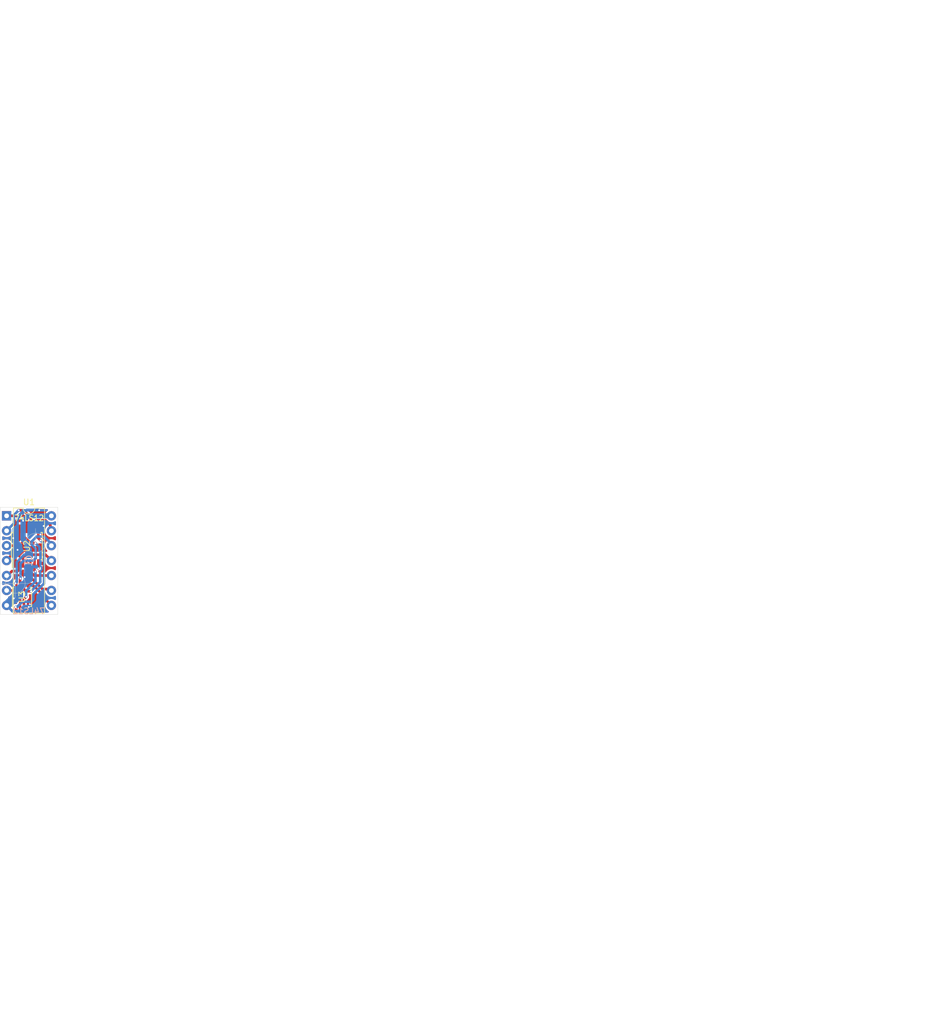
<source format=kicad_pcb>
(kicad_pcb (version 20171130) (host pcbnew "(5.1.5)-3")

  (general
    (thickness 1.6)
    (drawings 6)
    (tracks 225)
    (zones 0)
    (modules 6)
    (nets 18)
  )

  (page A4)
  (layers
    (0 F.Cu signal)
    (31 B.Cu signal)
    (32 B.Adhes user)
    (33 F.Adhes user)
    (34 B.Paste user)
    (35 F.Paste user)
    (36 B.SilkS user)
    (37 F.SilkS user)
    (38 B.Mask user)
    (39 F.Mask user)
    (40 Dwgs.User user)
    (41 Cmts.User user)
    (42 Eco1.User user)
    (43 Eco2.User user)
    (44 Edge.Cuts user)
    (45 Margin user)
    (46 B.CrtYd user)
    (47 F.CrtYd user)
    (48 B.Fab user)
    (49 F.Fab user)
  )

  (setup
    (last_trace_width 0.88)
    (user_trace_width 0.288)
    (user_trace_width 0.425)
    (user_trace_width 0.439)
    (user_trace_width 0.88)
    (user_trace_width 1.5)
    (trace_clearance 0.2)
    (zone_clearance 0.288)
    (zone_45_only no)
    (trace_min 0.2)
    (via_size 0.8)
    (via_drill 0.4)
    (via_min_size 0.35)
    (via_min_drill 0.3)
    (user_via 0.35 0.3)
    (uvia_size 0.3)
    (uvia_drill 0.1)
    (uvias_allowed no)
    (uvia_min_size 0.2)
    (uvia_min_drill 0.1)
    (edge_width 0.05)
    (segment_width 0.2)
    (pcb_text_width 0.3)
    (pcb_text_size 1.5 1.5)
    (mod_edge_width 0.12)
    (mod_text_size 1 1)
    (mod_text_width 0.15)
    (pad_size 1.524 1.524)
    (pad_drill 0.762)
    (pad_to_mask_clearance 0.051)
    (solder_mask_min_width 0.25)
    (aux_axis_origin 123.3805 78.74)
    (visible_elements FFFFFF7F)
    (pcbplotparams
      (layerselection 0x010f0_ffffffff)
      (usegerberextensions false)
      (usegerberattributes false)
      (usegerberadvancedattributes false)
      (creategerberjobfile false)
      (excludeedgelayer true)
      (linewidth 0.100000)
      (plotframeref false)
      (viasonmask false)
      (mode 1)
      (useauxorigin false)
      (hpglpennumber 1)
      (hpglpenspeed 20)
      (hpglpendiameter 15.000000)
      (psnegative false)
      (psa4output false)
      (plotreference true)
      (plotvalue true)
      (plotinvisibletext false)
      (padsonsilk false)
      (subtractmaskfromsilk false)
      (outputformat 1)
      (mirror false)
      (drillshape 0)
      (scaleselection 1)
      (outputdirectory "gerbers/"))
  )

  (net 0 "")
  (net 1 +5V)
  (net 2 GND)
  (net 3 /G1A)
  (net 4 /G3D)
  (net 5 /G1B)
  (net 6 /G3A)
  (net 7 /G2A)
  (net 8 /G3B)
  (net 9 /G2B)
  (net 10 /G3C)
  (net 11 /G2C)
  (net 12 /G1D)
  (net 13 /G2D)
  (net 14 /G1C)
  (net 15 /L2D)
  (net 16 /L3D)
  (net 17 /L1D)

  (net_class Default "This is the default net class."
    (clearance 0.2)
    (trace_width 0.25)
    (via_dia 0.8)
    (via_drill 0.4)
    (uvia_dia 0.3)
    (uvia_drill 0.1)
    (add_net +5V)
    (add_net /G1A)
    (add_net /G1B)
    (add_net /G1C)
    (add_net /G1D)
    (add_net /G2A)
    (add_net /G2B)
    (add_net /G2C)
    (add_net /G2D)
    (add_net /G3A)
    (add_net /G3B)
    (add_net /G3C)
    (add_net /G3D)
    (add_net /L1D)
    (add_net /L2D)
    (add_net /L3D)
    (add_net GND)
  )

  (module "" (layer B.Cu) (tedit 0) (tstamp 0)
    (at 124.333 75.946)
    (fp_text reference "" (at 124.3965 -85.5345) (layer B.SilkS)
      (effects (font (size 1.27 1.27) (thickness 0.15)) (justify mirror))
    )
    (fp_text value "" (at 124.3965 -85.5345) (layer B.SilkS)
      (effects (font (size 1.27 1.27) (thickness 0.15)) (justify mirror))
    )
    (fp_text user 74LS12 (at 0.0635 2.3495) (layer F.SilkS)
      (effects (font (size 1 0.9) (thickness 0.15)))
    )
  )

  (module "" (layer F.Cu) (tedit 0) (tstamp 0)
    (at 152.781 78.5495)
    (fp_text reference "" (at 124.3965 85.5345) (layer F.SilkS)
      (effects (font (size 1.27 1.27) (thickness 0.15)))
    )
    (fp_text value "" (at 124.3965 85.5345) (layer F.SilkS)
      (effects (font (size 1.27 1.27) (thickness 0.15)))
    )
  )

  (module Capacitor_SMD:C_0805_2012Metric_Pad1.15x1.40mm_HandSolder (layer B.Cu) (tedit 5B36C52B) (tstamp 5F18F4B0)
    (at 124.3965 85.5345 270)
    (descr "Capacitor SMD 0805 (2012 Metric), square (rectangular) end terminal, IPC_7351 nominal with elongated pad for handsoldering. (Body size source: https://docs.google.com/spreadsheets/d/1BsfQQcO9C6DZCsRaXUlFlo91Tg2WpOkGARC1WS5S8t0/edit?usp=sharing), generated with kicad-footprint-generator")
    (tags "capacitor handsolder")
    (path /6CC404AF)
    (attr smd)
    (fp_text reference C1 (at 0 0 90) (layer B.SilkS)
      (effects (font (size 1 1) (thickness 0.15)) (justify mirror))
    )
    (fp_text value 100n (at 0 0 90) (layer B.Fab)
      (effects (font (size 1 1) (thickness 0.15)) (justify mirror))
    )
    (fp_line (start -1 -0.6) (end -1 0.6) (layer B.Fab) (width 0.1))
    (fp_line (start -1 0.6) (end 1 0.6) (layer B.Fab) (width 0.1))
    (fp_line (start 1 0.6) (end 1 -0.6) (layer B.Fab) (width 0.1))
    (fp_line (start 1 -0.6) (end -1 -0.6) (layer B.Fab) (width 0.1))
    (fp_line (start -0.261252 0.71) (end 0.261252 0.71) (layer B.SilkS) (width 0.12))
    (fp_line (start -0.261252 -0.71) (end 0.261252 -0.71) (layer B.SilkS) (width 0.12))
    (fp_line (start -1.85 -0.95) (end -1.85 0.95) (layer B.CrtYd) (width 0.05))
    (fp_line (start -1.85 0.95) (end 1.85 0.95) (layer B.CrtYd) (width 0.05))
    (fp_line (start 1.85 0.95) (end 1.85 -0.95) (layer B.CrtYd) (width 0.05))
    (fp_line (start 1.85 -0.95) (end -1.85 -0.95) (layer B.CrtYd) (width 0.05))
    (fp_text user %R (at 0 0 90) (layer B.Fab)
      (effects (font (size 0.5 0.5) (thickness 0.08)) (justify mirror))
    )
    (pad 1 smd roundrect (at -1.025 0 270) (size 1.15 1.4) (layers B.Cu B.Paste B.Mask) (roundrect_rratio 0.217391)
      (net 1 +5V))
    (pad 2 smd roundrect (at 1.025 0 270) (size 1.15 1.4) (layers B.Cu B.Paste B.Mask) (roundrect_rratio 0.217391)
      (net 2 GND))
    (model ${KISYS3DMOD}/Capacitor_SMD.3dshapes/C_0805_2012Metric.wrl
      (at (xyz 0 0 0))
      (scale (xyz 1 1 1))
      (rotate (xyz 0 0 0))
    )
  )

  (module Package_DIP:DIP-14_W7.62mm (layer F.Cu) (tedit 5A02E8C5) (tstamp 5F18F4D2)
    (at 120.568501 77.902001)
    (descr "14-lead though-hole mounted DIP package, row spacing 7.62 mm (300 mils)")
    (tags "THT DIP DIL PDIP 2.54mm 7.62mm 300mil")
    (path /6CC33E1B)
    (fp_text reference U1 (at 3.81 -2.33) (layer F.SilkS)
      (effects (font (size 1 1) (thickness 0.15)))
    )
    (fp_text value 74LS12 (at 3.764499 16.204999) (layer B.SilkS)
      (effects (font (size 1 1) (thickness 0.15)) (justify mirror))
    )
    (fp_arc (start 3.81 -1.33) (end 2.81 -1.33) (angle -180) (layer F.SilkS) (width 0.12))
    (fp_line (start 1.635 -1.27) (end 6.985 -1.27) (layer F.Fab) (width 0.1))
    (fp_line (start 6.985 -1.27) (end 6.985 16.51) (layer F.Fab) (width 0.1))
    (fp_line (start 6.985 16.51) (end 0.635 16.51) (layer F.Fab) (width 0.1))
    (fp_line (start 0.635 16.51) (end 0.635 -0.27) (layer F.Fab) (width 0.1))
    (fp_line (start 0.635 -0.27) (end 1.635 -1.27) (layer F.Fab) (width 0.1))
    (fp_line (start 2.81 -1.33) (end 1.16 -1.33) (layer F.SilkS) (width 0.12))
    (fp_line (start 1.16 -1.33) (end 1.16 16.57) (layer F.SilkS) (width 0.12))
    (fp_line (start 1.16 16.57) (end 6.46 16.57) (layer F.SilkS) (width 0.12))
    (fp_line (start 6.46 16.57) (end 6.46 -1.33) (layer F.SilkS) (width 0.12))
    (fp_line (start 6.46 -1.33) (end 4.81 -1.33) (layer F.SilkS) (width 0.12))
    (fp_line (start -1.1 -1.55) (end -1.1 16.8) (layer F.CrtYd) (width 0.05))
    (fp_line (start -1.1 16.8) (end 8.7 16.8) (layer F.CrtYd) (width 0.05))
    (fp_line (start 8.7 16.8) (end 8.7 -1.55) (layer F.CrtYd) (width 0.05))
    (fp_line (start 8.7 -1.55) (end -1.1 -1.55) (layer F.CrtYd) (width 0.05))
    (fp_text user %R (at 3.81 7.62) (layer F.Fab)
      (effects (font (size 1 1) (thickness 0.15)))
    )
    (pad 1 thru_hole rect (at 0 0) (size 1.6 1.6) (drill 0.8) (layers *.Cu *.Mask)
      (net 3 /G1A))
    (pad 8 thru_hole oval (at 7.62 15.24) (size 1.6 1.6) (drill 0.8) (layers *.Cu *.Mask)
      (net 4 /G3D))
    (pad 2 thru_hole oval (at 0 2.54) (size 1.6 1.6) (drill 0.8) (layers *.Cu *.Mask)
      (net 5 /G1B))
    (pad 9 thru_hole oval (at 7.62 12.7) (size 1.6 1.6) (drill 0.8) (layers *.Cu *.Mask)
      (net 6 /G3A))
    (pad 3 thru_hole oval (at 0 5.08) (size 1.6 1.6) (drill 0.8) (layers *.Cu *.Mask)
      (net 7 /G2A))
    (pad 10 thru_hole oval (at 7.62 10.16) (size 1.6 1.6) (drill 0.8) (layers *.Cu *.Mask)
      (net 8 /G3B))
    (pad 4 thru_hole oval (at 0 7.62) (size 1.6 1.6) (drill 0.8) (layers *.Cu *.Mask)
      (net 9 /G2B))
    (pad 11 thru_hole oval (at 7.62 7.62) (size 1.6 1.6) (drill 0.8) (layers *.Cu *.Mask)
      (net 10 /G3C))
    (pad 5 thru_hole oval (at 0 10.16) (size 1.6 1.6) (drill 0.8) (layers *.Cu *.Mask)
      (net 11 /G2C))
    (pad 12 thru_hole oval (at 7.62 5.08) (size 1.6 1.6) (drill 0.8) (layers *.Cu *.Mask)
      (net 12 /G1D))
    (pad 6 thru_hole oval (at 0 12.7) (size 1.6 1.6) (drill 0.8) (layers *.Cu *.Mask)
      (net 13 /G2D))
    (pad 13 thru_hole oval (at 7.62 2.54) (size 1.6 1.6) (drill 0.8) (layers *.Cu *.Mask)
      (net 14 /G1C))
    (pad 7 thru_hole oval (at 0 15.24) (size 1.6 1.6) (drill 0.8) (layers *.Cu *.Mask)
      (net 2 GND))
    (pad 14 thru_hole oval (at 7.62 0) (size 1.6 1.6) (drill 0.8) (layers *.Cu *.Mask)
      (net 1 +5V))
  )

  (module Package_SO:TSSOP-14_4.4x5mm_P0.65mm (layer F.Cu) (tedit 5A02F25C) (tstamp 5F18F4F5)
    (at 124.0155 83.058 90)
    (descr "14-Lead Plastic Thin Shrink Small Outline (ST)-4.4 mm Body [TSSOP] (see Microchip Packaging Specification 00000049BS.pdf)")
    (tags "SSOP 0.65")
    (path /6CC38423)
    (attr smd)
    (fp_text reference U2 (at 0 0 90) (layer F.SilkS)
      (effects (font (size 1 1) (thickness 0.15)))
    )
    (fp_text value SN74LV11APWR (at 0 3.55 90) (layer F.Fab)
      (effects (font (size 1 1) (thickness 0.15)))
    )
    (fp_line (start -1.2 -2.5) (end 2.2 -2.5) (layer F.Fab) (width 0.15))
    (fp_line (start 2.2 -2.5) (end 2.2 2.5) (layer F.Fab) (width 0.15))
    (fp_line (start 2.2 2.5) (end -2.2 2.5) (layer F.Fab) (width 0.15))
    (fp_line (start -2.2 2.5) (end -2.2 -1.5) (layer F.Fab) (width 0.15))
    (fp_line (start -2.2 -1.5) (end -1.2 -2.5) (layer F.Fab) (width 0.15))
    (fp_line (start -3.95 -2.8) (end -3.95 2.8) (layer F.CrtYd) (width 0.05))
    (fp_line (start 3.95 -2.8) (end 3.95 2.8) (layer F.CrtYd) (width 0.05))
    (fp_line (start -3.95 -2.8) (end 3.95 -2.8) (layer F.CrtYd) (width 0.05))
    (fp_line (start -3.95 2.8) (end 3.95 2.8) (layer F.CrtYd) (width 0.05))
    (fp_line (start -2.325 -2.625) (end -2.325 -2.5) (layer F.SilkS) (width 0.15))
    (fp_line (start 2.325 -2.625) (end 2.325 -2.4) (layer F.SilkS) (width 0.15))
    (fp_line (start 2.325 2.625) (end 2.325 2.4) (layer F.SilkS) (width 0.15))
    (fp_line (start -2.325 2.625) (end -2.325 2.4) (layer F.SilkS) (width 0.15))
    (fp_line (start -2.325 -2.625) (end 2.325 -2.625) (layer F.SilkS) (width 0.15))
    (fp_line (start -2.325 2.625) (end 2.325 2.625) (layer F.SilkS) (width 0.15))
    (fp_line (start -2.325 -2.5) (end -3.675 -2.5) (layer F.SilkS) (width 0.15))
    (fp_text user %R (at 0 0 90) (layer F.Fab)
      (effects (font (size 0.8 0.8) (thickness 0.15)))
    )
    (pad 1 smd rect (at -2.95 -1.95 90) (size 1.45 0.45) (layers F.Cu F.Paste F.Mask)
      (net 9 /G2B))
    (pad 2 smd rect (at -2.95 -1.3 90) (size 1.45 0.45) (layers F.Cu F.Paste F.Mask)
      (net 11 /G2C))
    (pad 3 smd rect (at -2.95 -0.65 90) (size 1.45 0.45) (layers F.Cu F.Paste F.Mask)
      (net 10 /G3C))
    (pad 4 smd rect (at -2.95 0 90) (size 1.45 0.45) (layers F.Cu F.Paste F.Mask)
      (net 6 /G3A))
    (pad 5 smd rect (at -2.95 0.65 90) (size 1.45 0.45) (layers F.Cu F.Paste F.Mask)
      (net 8 /G3B))
    (pad 6 smd rect (at -2.95 1.3 90) (size 1.45 0.45) (layers F.Cu F.Paste F.Mask)
      (net 15 /L2D))
    (pad 7 smd rect (at -2.95 1.95 90) (size 1.45 0.45) (layers F.Cu F.Paste F.Mask)
      (net 2 GND))
    (pad 8 smd rect (at 2.95 1.95 90) (size 1.45 0.45) (layers F.Cu F.Paste F.Mask)
      (net 16 /L3D))
    (pad 9 smd rect (at 2.95 1.3 90) (size 1.45 0.45) (layers F.Cu F.Paste F.Mask)
      (net 14 /G1C))
    (pad 10 smd rect (at 2.95 0.65 90) (size 1.45 0.45) (layers F.Cu F.Paste F.Mask)
      (net 5 /G1B))
    (pad 11 smd rect (at 2.95 0 90) (size 1.45 0.45) (layers F.Cu F.Paste F.Mask)
      (net 3 /G1A))
    (pad 12 smd rect (at 2.95 -0.65 90) (size 1.45 0.45) (layers F.Cu F.Paste F.Mask)
      (net 17 /L1D))
    (pad 13 smd rect (at 2.95 -1.3 90) (size 1.45 0.45) (layers F.Cu F.Paste F.Mask)
      (net 7 /G2A))
    (pad 14 smd rect (at 2.95 -1.95 90) (size 1.45 0.45) (layers F.Cu F.Paste F.Mask)
      (net 1 +5V))
    (model ${KISYS3DMOD}/Package_SO.3dshapes/TSSOP-14_4.4x5mm_P0.65mm.wrl
      (at (xyz 0 0 0))
      (scale (xyz 1 1 1))
      (rotate (xyz 0 0 0))
    )
  )

  (module Package_SO:TSSOP-8_3x3mm_P0.65mm (layer F.Cu) (tedit 5A02F25C) (tstamp 5F18F512)
    (at 123.19 91.694 90)
    (descr "TSSOP8: plastic thin shrink small outline package; 8 leads; body width 3 mm; (see NXP SSOP-TSSOP-VSO-REFLOW.pdf and sot505-1_po.pdf)")
    (tags "SSOP 0.65")
    (path /6CC3D661)
    (attr smd)
    (fp_text reference U3 (at 0 0 90) (layer F.SilkS)
      (effects (font (size 1 1) (thickness 0.15)))
    )
    (fp_text value 74LVC3G06DP,125 (at 0 2.55 90) (layer F.Fab)
      (effects (font (size 1 1) (thickness 0.15)))
    )
    (fp_line (start -0.5 -1.5) (end 1.5 -1.5) (layer F.Fab) (width 0.15))
    (fp_line (start 1.5 -1.5) (end 1.5 1.5) (layer F.Fab) (width 0.15))
    (fp_line (start 1.5 1.5) (end -1.5 1.5) (layer F.Fab) (width 0.15))
    (fp_line (start -1.5 1.5) (end -1.5 -0.5) (layer F.Fab) (width 0.15))
    (fp_line (start -1.5 -0.5) (end -0.5 -1.5) (layer F.Fab) (width 0.15))
    (fp_line (start -2.95 -1.8) (end -2.95 1.8) (layer F.CrtYd) (width 0.05))
    (fp_line (start 2.95 -1.8) (end 2.95 1.8) (layer F.CrtYd) (width 0.05))
    (fp_line (start -2.95 -1.8) (end 2.95 -1.8) (layer F.CrtYd) (width 0.05))
    (fp_line (start -2.95 1.8) (end 2.95 1.8) (layer F.CrtYd) (width 0.05))
    (fp_line (start -1.625 -1.625) (end -1.625 -1.5) (layer F.SilkS) (width 0.15))
    (fp_line (start 1.625 -1.625) (end 1.625 -1.4) (layer F.SilkS) (width 0.15))
    (fp_line (start 1.625 1.625) (end 1.625 1.4) (layer F.SilkS) (width 0.15))
    (fp_line (start -1.625 1.625) (end -1.625 1.4) (layer F.SilkS) (width 0.15))
    (fp_line (start -1.625 -1.625) (end 1.625 -1.625) (layer F.SilkS) (width 0.15))
    (fp_line (start -1.625 1.625) (end 1.625 1.625) (layer F.SilkS) (width 0.15))
    (fp_line (start -1.625 -1.5) (end -2.7 -1.5) (layer F.SilkS) (width 0.15))
    (fp_text user %R (at 0 0 90) (layer F.Fab)
      (effects (font (size 0.6 0.6) (thickness 0.15)))
    )
    (pad 1 smd rect (at -2.15 -0.975 90) (size 1.1 0.4) (layers F.Cu F.Paste F.Mask)
      (net 16 /L3D))
    (pad 2 smd rect (at -2.15 -0.325 90) (size 1.1 0.4) (layers F.Cu F.Paste F.Mask)
      (net 13 /G2D))
    (pad 3 smd rect (at -2.15 0.325 90) (size 1.1 0.4) (layers F.Cu F.Paste F.Mask)
      (net 15 /L2D))
    (pad 4 smd rect (at -2.15 0.975 90) (size 1.1 0.4) (layers F.Cu F.Paste F.Mask)
      (net 2 GND))
    (pad 5 smd rect (at 2.15 0.975 90) (size 1.1 0.4) (layers F.Cu F.Paste F.Mask)
      (net 4 /G3D))
    (pad 6 smd rect (at 2.15 0.325 90) (size 1.1 0.4) (layers F.Cu F.Paste F.Mask)
      (net 17 /L1D))
    (pad 7 smd rect (at 2.15 -0.325 90) (size 1.1 0.4) (layers F.Cu F.Paste F.Mask)
      (net 12 /G1D))
    (pad 8 smd rect (at 2.15 -0.975 90) (size 1.1 0.4) (layers F.Cu F.Paste F.Mask)
      (net 1 +5V))
    (model ${KISYS3DMOD}/Package_SO.3dshapes/TSSOP-8_3x3mm_P0.65mm.wrl
      (at (xyz 0 0 0))
      (scale (xyz 1 1 1))
      (rotate (xyz 0 0 0))
    )
  )

  (target plus (at 125.476 82.55) (size 5) (width 0.05) (layer Edge.Cuts) (tstamp 5F1928D9))
  (target plus (at 122.047 89.408) (size 5) (width 0.05) (layer Edge.Cuts))
  (gr_line (start 119.507 94.6785) (end 119.507 76.454) (layer Edge.Cuts) (width 0.05) (tstamp 5F1909FE))
  (gr_line (start 129.286 94.6785) (end 119.507 94.6785) (layer Edge.Cuts) (width 0.05))
  (gr_line (start 129.286 76.454) (end 129.286 94.6785) (layer Edge.Cuts) (width 0.05))
  (gr_line (start 119.507 76.454) (end 129.286 76.454) (layer Edge.Cuts) (width 0.05))

  (via (at 122.1105 93.4085) (size 0.35) (drill 0.3) (layers F.Cu B.Cu) (net 16))
  (via (at 124.333 93.4085) (size 0.35) (drill 0.3) (layers F.Cu B.Cu) (net 2))
  (segment (start 122.2695 78.74) (end 122.759398 78.74) (width 0.439) (layer F.Cu) (net 1))
  (segment (start 122.0655 78.944) (end 122.2695 78.74) (width 0.439) (layer F.Cu) (net 1))
  (segment (start 122.0655 80.108) (end 122.0655 78.944) (width 0.439) (layer F.Cu) (net 1))
  (segment (start 122.063 89.392) (end 122.215 89.544) (width 0.425) (layer F.Cu) (net 1) (tstamp 5F192371))
  (via (at 122.063 89.392) (size 0.35) (drill 0.3) (layers F.Cu B.Cu) (net 1))
  (segment (start 124.3965 84.5095) (end 123.565304 84.5095) (width 0.439) (layer B.Cu) (net 1))
  (segment (start 123.565304 84.5095) (end 122.29699 85.777814) (width 0.439) (layer B.Cu) (net 1))
  (segment (start 122.29699 85.777814) (end 122.29699 88.51499) (width 0.439) (layer B.Cu) (net 1))
  (segment (start 122.29699 88.51499) (end 122.301 88.519) (width 0.439) (layer B.Cu) (net 1))
  (segment (start 122.29699 89.15801) (end 122.063 89.392) (width 0.439) (layer B.Cu) (net 1))
  (segment (start 122.29699 88.51499) (end 122.29699 89.15801) (width 0.439) (layer B.Cu) (net 1))
  (segment (start 122.759398 78.74) (end 123.37649 78.74) (width 0.439) (layer F.Cu) (net 1))
  (segment (start 123.37649 78.74) (end 123.37649 78.74) (width 0.439) (layer F.Cu) (net 1) (tstamp 5F19253F))
  (via (at 123.37649 78.74) (size 0.35) (drill 0.3) (layers F.Cu B.Cu) (net 1))
  (segment (start 124.214489 77.902001) (end 123.37649 78.74) (width 0.88) (layer B.Cu) (net 1))
  (segment (start 128.188501 77.902001) (end 124.214489 77.902001) (width 0.88) (layer B.Cu) (net 1))
  (segment (start 123.37649 78.74) (end 123.37649 81.91099) (width 0.88) (layer B.Cu) (net 1))
  (segment (start 123.37649 81.91099) (end 123.977481 82.511981) (width 0.88) (layer B.Cu) (net 1))
  (segment (start 123.977481 82.511981) (end 123.977481 83.170707) (width 0.88) (layer B.Cu) (net 1))
  (segment (start 123.977481 83.170707) (end 124.448137 83.641363) (width 0.88) (layer B.Cu) (net 1))
  (segment (start 124.3965 83.693) (end 124.3965 84.5095) (width 0.88) (layer B.Cu) (net 1))
  (segment (start 124.448137 83.641363) (end 124.3965 83.693) (width 0.88) (layer B.Cu) (net 1))
  (segment (start 124.451 86.614) (end 124.3965 86.5595) (width 0.425) (layer B.Cu) (net 2))
  (segment (start 124.4055 86.5505) (end 124.3965 86.5595) (width 0.425) (layer B.Cu) (net 2))
  (segment (start 125.9655 86.061) (end 125.984 86.0795) (width 0.425) (layer F.Cu) (net 2))
  (segment (start 125.9655 86.008) (end 125.9655 86.061) (width 0.425) (layer F.Cu) (net 2))
  (segment (start 125.9586 86.0795) (end 125.9586 86.8045) (width 0.425) (layer F.Cu) (net 2))
  (segment (start 125.9586 86.8045) (end 125.9586 86.8553) (width 0.425) (layer F.Cu) (net 2))
  (via (at 125.9586 86.8553) (size 0.35) (drill 0.3) (layers F.Cu B.Cu) (net 2))
  (segment (start 125.6628 86.5595) (end 125.9586 86.8553) (width 0.439) (layer B.Cu) (net 2))
  (segment (start 124.3965 86.5595) (end 125.6628 86.5595) (width 0.439) (layer B.Cu) (net 2))
  (segment (start 120.568501 93.142001) (end 121.793 91.948) (width 1.5) (layer B.Cu) (net 2))
  (segment (start 124.30649 86.70401) (end 124.3965 86.70401) (width 1.5) (layer B.Cu) (net 2))
  (segment (start 124.30649 88.591378) (end 124.30649 86.70401) (width 1.5) (layer B.Cu) (net 2))
  (segment (start 124.165 93.5765) (end 124.333 93.4085) (width 0.439) (layer F.Cu) (net 2))
  (segment (start 124.165 93.844) (end 124.165 93.5765) (width 0.439) (layer F.Cu) (net 2))
  (segment (start 121.5335 94.107) (end 120.568501 93.142001) (width 0.439) (layer B.Cu) (net 2))
  (segment (start 124.333 93.4085) (end 123.6345 94.107) (width 0.439) (layer B.Cu) (net 2))
  (segment (start 123.6345 94.107) (end 121.5335 94.107) (width 0.439) (layer B.Cu) (net 2))
  (segment (start 122.428 90.469868) (end 124.30649 88.591378) (width 0.439) (layer B.Cu) (net 2))
  (segment (start 122.428 91.282502) (end 122.428 90.469868) (width 0.439) (layer B.Cu) (net 2))
  (segment (start 121.518492 88.777012) (end 121.75248 88.543024) (width 0.25) (layer B.Cu) (net 2))
  (segment (start 121.75248 88.543024) (end 121.75248 81.95552) (width 0.25) (layer B.Cu) (net 2))
  (segment (start 121.518492 89.617544) (end 121.518492 88.777012) (width 0.25) (layer B.Cu) (net 2))
  (segment (start 122.428 91.282502) (end 122.428 90.527052) (width 0.25) (layer B.Cu) (net 2))
  (segment (start 122.428 90.527052) (end 121.518492 89.617544) (width 0.25) (layer B.Cu) (net 2))
  (segment (start 121.75248 81.95552) (end 121.693502 81.896542) (width 0.25) (layer B.Cu) (net 2))
  (segment (start 121.693502 80.087052) (end 122.374502 79.406053) (width 0.25) (layer B.Cu) (net 2))
  (segment (start 121.693502 81.896542) (end 121.693502 81.696998) (width 0.25) (layer B.Cu) (net 2))
  (segment (start 122.374502 77.97605) (end 123.063 77.287552) (width 0.25) (layer B.Cu) (net 2))
  (segment (start 122.374502 79.406053) (end 122.374502 77.97605) (width 0.25) (layer B.Cu) (net 2))
  (segment (start 123.063 77.287552) (end 123.499448 77.287552) (width 0.25) (layer B.Cu) (net 2))
  (segment (start 123.499448 77.287552) (end 123.98299 76.80401) (width 0.25) (layer B.Cu) (net 2))
  (segment (start 123.98299 76.80401) (end 124.3965 76.80401) (width 0.25) (layer B.Cu) (net 2))
  (segment (start 124.3965 76.80401) (end 124.3965 76.80401) (width 0.25) (layer B.Cu) (net 2) (tstamp 5F192452))
  (segment (start 124.3965 76.80401) (end 125.95301 76.80401) (width 0.25) (layer B.Cu) (net 2))
  (segment (start 125.95301 76.80401) (end 126.111 76.962) (width 0.25) (layer B.Cu) (net 2))
  (segment (start 126.111 76.962) (end 126.111 76.962) (width 0.25) (layer B.Cu) (net 2) (tstamp 5F192483))
  (via (at 126.111 76.962) (size 0.35) (drill 0.3) (layers F.Cu B.Cu) (net 2))
  (via (at 122.428 83.693) (size 0.35) (drill 0.3) (layers F.Cu B.Cu) (net 2))
  (segment (start 121.693502 81.696998) (end 121.693502 80.087052) (width 0.25) (layer B.Cu) (net 2) (tstamp 5F192702))
  (via (at 121.693502 81.696998) (size 0.35) (drill 0.3) (layers F.Cu B.Cu) (net 2))
  (via (at 126.873 79.629) (size 0.35) (drill 0.3) (layers F.Cu B.Cu) (net 2))
  (segment (start 123.698 88.265) (end 123.571 87.9475) (width 0.25) (layer B.Cu) (net 2))
  (segment (start 123.571 88.392) (end 123.6345 88.3285) (width 0.25) (layer B.Cu) (net 2))
  (segment (start 124.30649 88.591378) (end 124.30649 88.60901) (width 0.25) (layer B.Cu) (net 2))
  (segment (start 123.7615 88.9635) (end 123.571 88.773) (width 0.25) (layer B.Cu) (net 2))
  (segment (start 123.571 88.773) (end 123.571 88.392) (width 0.25) (layer B.Cu) (net 2))
  (segment (start 124.30649 88.60901) (end 123.952 88.9635) (width 0.25) (layer B.Cu) (net 2))
  (segment (start 123.952 88.9635) (end 123.7615 88.9635) (width 0.25) (layer B.Cu) (net 2))
  (segment (start 123.6345 88.3285) (end 123.698 88.265) (width 0.25) (layer B.Cu) (net 2) (tstamp 5F192808))
  (via (at 123.6345 88.3285) (size 0.35) (drill 0.3) (layers F.Cu B.Cu) (net 2))
  (segment (start 120.568501 93.142001) (end 121.762502 91.948) (width 0.88) (layer F.Cu) (net 2))
  (segment (start 121.793 91.948) (end 122.428 91.282502) (width 1.5) (layer B.Cu) (net 2) (tstamp 5F19281B))
  (via (at 121.793 91.948) (size 0.35) (drill 0.3) (layers F.Cu B.Cu) (net 2))
  (segment (start 121.807501 77.902001) (end 120.568501 77.902001) (width 0.439) (layer F.Cu) (net 3))
  (segment (start 124.0155 78.671898) (end 124.0155 80.108) (width 0.425) (layer F.Cu) (net 3))
  (segment (start 121.807501 77.902001) (end 121.932499 77.902001) (width 0.439) (layer F.Cu) (net 3))
  (segment (start 124.0155 78.475314) (end 124.0155 78.671898) (width 0.439) (layer F.Cu) (net 3))
  (segment (start 123.442187 77.902001) (end 124.0155 78.475314) (width 0.439) (layer F.Cu) (net 3))
  (segment (start 121.807501 77.902001) (end 123.442187 77.902001) (width 0.439) (layer F.Cu) (net 3))
  (segment (start 124.804 89.544) (end 125.176 89.916) (width 0.439) (layer F.Cu) (net 4))
  (segment (start 124.165 89.544) (end 124.804 89.544) (width 0.439) (layer F.Cu) (net 4))
  (segment (start 125.176 89.916) (end 125.304912 89.916) (width 0.439) (layer F.Cu) (net 4))
  (segment (start 125.304912 89.916) (end 127.400412 92.0115) (width 0.439) (layer F.Cu) (net 4))
  (segment (start 127.388502 92.342002) (end 128.188501 93.142001) (width 0.439) (layer F.Cu) (net 4))
  (segment (start 127.388502 92.02341) (end 127.388502 92.342002) (width 0.439) (layer F.Cu) (net 4))
  (segment (start 127.400412 92.0115) (end 127.388502 92.02341) (width 0.439) (layer F.Cu) (net 4))
  (segment (start 123.444 76.962) (end 122.6185 76.962) (width 0.439) (layer F.Cu) (net 5))
  (segment (start 122.6185 76.962) (end 122.6185 76.962) (width 0.439) (layer F.Cu) (net 5) (tstamp 5F1903EA))
  (via (at 122.6185 76.962) (size 0.35) (drill 0.3) (layers F.Cu B.Cu) (net 5))
  (segment (start 121.829992 77.750508) (end 122.443501 77.136999) (width 0.439) (layer B.Cu) (net 5))
  (segment (start 121.829992 79.18051) (end 121.829992 77.750508) (width 0.439) (layer B.Cu) (net 5))
  (segment (start 122.443501 77.136999) (end 122.6185 76.962) (width 0.439) (layer B.Cu) (net 5))
  (segment (start 120.568501 80.442001) (end 121.829992 79.18051) (width 0.439) (layer B.Cu) (net 5))
  (segment (start 124.6655 80.108) (end 124.6655 78.714203) (width 0.439) (layer F.Cu) (net 5))
  (segment (start 124.6655 78.1835) (end 124.6655 78.714203) (width 0.439) (layer F.Cu) (net 5))
  (segment (start 123.444 76.962) (end 124.6655 78.1835) (width 0.439) (layer F.Cu) (net 5))
  (segment (start 127.559001 90.602001) (end 128.188501 90.602001) (width 0.425) (layer F.Cu) (net 6))
  (segment (start 127.317499 90.3605) (end 127.947 90.3605) (width 0.425) (layer F.Cu) (net 6))
  (segment (start 127.947 90.3605) (end 128.188501 90.602001) (width 0.425) (layer F.Cu) (net 6))
  (segment (start 126.653108 90.3605) (end 127.317499 90.3605) (width 0.439) (layer F.Cu) (net 6))
  (segment (start 124.0155 87.722892) (end 126.653108 90.3605) (width 0.439) (layer F.Cu) (net 6))
  (segment (start 124.0155 86.008) (end 124.0155 87.722892) (width 0.439) (layer F.Cu) (net 6))
  (segment (start 121.699871 82.982001) (end 120.568501 82.982001) (width 0.439) (layer F.Cu) (net 7))
  (segment (start 122.7155 81.966372) (end 121.699871 82.982001) (width 0.439) (layer F.Cu) (net 7))
  (segment (start 122.7155 80.108) (end 122.7155 81.966372) (width 0.439) (layer F.Cu) (net 7))
  (segment (start 124.6655 86.008) (end 124.6655 87.158) (width 0.425) (layer F.Cu) (net 8))
  (segment (start 128.188501 88.663999) (end 128.188501 88.062001) (width 0.425) (layer F.Cu) (net 8))
  (segment (start 124.676491 87.274991) (end 124.676491 87.480187) (width 0.439) (layer F.Cu) (net 8))
  (segment (start 124.6655 87.158) (end 124.6655 87.264) (width 0.439) (layer F.Cu) (net 8))
  (segment (start 124.6655 87.264) (end 124.676491 87.274991) (width 0.439) (layer F.Cu) (net 8))
  (segment (start 125.258305 88.062001) (end 128.188501 88.062001) (width 0.439) (layer F.Cu) (net 8))
  (segment (start 124.676491 87.480187) (end 125.258305 88.062001) (width 0.439) (layer F.Cu) (net 8))
  (segment (start 122.0655 86.008) (end 122.0655 84.9445) (width 0.425) (layer F.Cu) (net 9))
  (segment (start 122.0655 84.9445) (end 121.8565 84.7355) (width 0.425) (layer F.Cu) (net 9))
  (segment (start 121.8565 84.7355) (end 121.2585 84.7355) (width 0.425) (layer F.Cu) (net 9))
  (segment (start 120.568501 85.425499) (end 120.568501 85.522001) (width 0.425) (layer F.Cu) (net 9))
  (segment (start 121.2585 84.7355) (end 120.568501 85.425499) (width 0.425) (layer F.Cu) (net 9))
  (segment (start 125.964 78.6765) (end 127.1905 78.6765) (width 0.439) (layer F.Cu) (net 14))
  (segment (start 127.1905 78.6765) (end 128.016 79.502) (width 0.439) (layer F.Cu) (net 14))
  (segment (start 128.016 80.2695) (end 128.188501 80.442001) (width 0.439) (layer F.Cu) (net 14))
  (segment (start 128.016 79.502) (end 128.016 80.2695) (width 0.439) (layer F.Cu) (net 14))
  (segment (start 127.185 84.5185) (end 128.188501 85.522001) (width 0.439) (layer F.Cu) (net 10))
  (segment (start 124.206 84.5185) (end 127.185 84.5185) (width 0.439) (layer F.Cu) (net 10))
  (segment (start 123.812498 84.5185) (end 124.206 84.5185) (width 0.425) (layer F.Cu) (net 10))
  (segment (start 123.3655 84.965498) (end 123.812498 84.5185) (width 0.425) (layer F.Cu) (net 10))
  (segment (start 123.3655 86.008) (end 123.3655 84.965498) (width 0.425) (layer F.Cu) (net 10))
  (segment (start 120.725999 88.062001) (end 120.568501 88.062001) (width 0.439) (layer F.Cu) (net 11))
  (segment (start 121.3485 87.4395) (end 120.725999 88.062001) (width 0.439) (layer F.Cu) (net 11))
  (segment (start 122.7155 87.050502) (end 122.453502 87.3125) (width 0.425) (layer F.Cu) (net 11))
  (segment (start 122.7155 86.008) (end 122.7155 87.050502) (width 0.425) (layer F.Cu) (net 11))
  (segment (start 121.4755 87.3125) (end 121.3485 87.4395) (width 0.425) (layer F.Cu) (net 11))
  (segment (start 122.453502 87.3125) (end 121.4755 87.3125) (width 0.425) (layer F.Cu) (net 11))
  (segment (start 122.865 89.544) (end 122.865 88.6535) (width 0.439) (layer F.Cu) (net 12))
  (segment (start 122.865 88.6535) (end 122.936 88.5825) (width 0.439) (layer F.Cu) (net 12))
  (segment (start 122.936 88.5825) (end 122.936 88.5825) (width 0.439) (layer F.Cu) (net 12) (tstamp 5F19278A))
  (via (at 122.936 88.5825) (size 0.35) (drill 0.3) (layers F.Cu B.Cu) (net 12))
  (segment (start 122.940009 88.254313) (end 122.940009 88.5825) (width 0.439) (layer B.Cu) (net 12))
  (segment (start 122.936 88.250304) (end 122.940009 88.254313) (width 0.439) (layer B.Cu) (net 12))
  (segment (start 124.836991 82.285313) (end 124.836991 82.814687) (width 0.439) (layer B.Cu) (net 12))
  (segment (start 126.968639 81.439139) (end 125.683165 81.439139) (width 0.439) (layer B.Cu) (net 12))
  (segment (start 123.444 85.5345) (end 122.936 86.0425) (width 0.439) (layer B.Cu) (net 12))
  (segment (start 125.683165 81.439139) (end 124.836991 82.285313) (width 0.439) (layer B.Cu) (net 12))
  (segment (start 124.836991 82.814687) (end 125.51601 83.493706) (width 0.439) (layer B.Cu) (net 12))
  (segment (start 128.188501 82.659001) (end 126.968639 81.439139) (width 0.439) (layer B.Cu) (net 12))
  (segment (start 128.188501 82.982001) (end 128.188501 82.659001) (width 0.439) (layer B.Cu) (net 12))
  (segment (start 125.51601 83.493706) (end 125.51601 85.111822) (width 0.439) (layer B.Cu) (net 12))
  (segment (start 122.936 86.0425) (end 122.936 88.250304) (width 0.439) (layer B.Cu) (net 12))
  (segment (start 125.51601 85.111822) (end 125.093332 85.5345) (width 0.439) (layer B.Cu) (net 12))
  (segment (start 125.093332 85.5345) (end 123.444 85.5345) (width 0.439) (layer B.Cu) (net 12))
  (segment (start 122.865 92.869) (end 122.8725 92.8615) (width 0.425) (layer F.Cu) (net 13))
  (segment (start 122.865 93.844) (end 122.865 92.869) (width 0.425) (layer F.Cu) (net 13))
  (segment (start 122.8725 92.8615) (end 122.8725 91.44) (width 0.425) (layer F.Cu) (net 13))
  (segment (start 122.034501 90.602001) (end 120.568501 90.602001) (width 0.425) (layer F.Cu) (net 13))
  (segment (start 122.8725 91.44) (end 122.034501 90.602001) (width 0.425) (layer F.Cu) (net 13))
  (segment (start 125.3155 78.958) (end 125.597 78.6765) (width 0.425) (layer F.Cu) (net 14))
  (segment (start 125.597 78.6765) (end 125.964 78.6765) (width 0.425) (layer F.Cu) (net 14))
  (segment (start 125.3155 80.108) (end 125.3155 78.958) (width 0.425) (layer F.Cu) (net 14))
  (segment (start 125.3155 86.008) (end 125.3155 87.158) (width 0.425) (layer F.Cu) (net 15))
  (segment (start 125.3155 87.158) (end 125.3155 87.2155) (width 0.288) (layer F.Cu) (net 15))
  (segment (start 125.3155 87.2155) (end 125.476 87.376) (width 0.439) (layer F.Cu) (net 15))
  (segment (start 125.476 87.376) (end 125.4125 87.3125) (width 0.288) (layer F.Cu) (net 15))
  (segment (start 125.476 87.376) (end 125.476 87.376) (width 0.288) (layer F.Cu) (net 15) (tstamp 5F1921B4))
  (via (at 125.476 87.376) (size 0.35) (drill 0.3) (layers F.Cu B.Cu) (net 15))
  (segment (start 123.515 93.3525) (end 123.5075 93.345) (width 0.439) (layer F.Cu) (net 15))
  (segment (start 123.515 93.844) (end 123.515 93.3525) (width 0.439) (layer F.Cu) (net 15))
  (segment (start 123.5075 93.345) (end 123.5075 92.075) (width 0.439) (layer F.Cu) (net 15))
  (segment (start 123.5075 92.075) (end 123.8885 91.694) (width 0.439) (layer F.Cu) (net 15))
  (segment (start 123.8885 91.694) (end 123.8885 91.694) (width 0.439) (layer F.Cu) (net 15) (tstamp 5F192272))
  (via (at 123.8885 91.694) (size 0.35) (drill 0.3) (layers F.Cu B.Cu) (net 15))
  (segment (start 123.8885 90.663304) (end 123.8885 91.694) (width 0.439) (layer B.Cu) (net 15))
  (segment (start 125.476 87.376) (end 125.476 89.075804) (width 0.439) (layer B.Cu) (net 15))
  (segment (start 125.476 89.075804) (end 123.8885 90.663304) (width 0.439) (layer B.Cu) (net 15))
  (segment (start 126.3465 82.087) (end 126.3465 82.087) (width 0.439) (layer F.Cu) (net 16) (tstamp 5F190CA3))
  (via (at 126.3465 82.087) (size 0.35) (drill 0.3) (layers F.Cu B.Cu) (net 16))
  (segment (start 126.3465 82.087) (end 126.79403 82.53453) (width 0.439) (layer B.Cu) (net 16))
  (segment (start 126.79403 82.53453) (end 126.79403 83.377806) (width 0.439) (layer B.Cu) (net 16))
  (segment (start 126.9365 87.8205) (end 126.9365 88.0745) (width 0.439) (layer B.Cu) (net 16))
  (segment (start 126.79403 83.377806) (end 126.79403 83.48703) (width 0.439) (layer B.Cu) (net 16))
  (segment (start 126.79403 83.48703) (end 126.969 83.662) (width 0.439) (layer B.Cu) (net 16))
  (segment (start 126.969 83.662) (end 126.969 86.202) (width 0.439) (layer B.Cu) (net 16))
  (segment (start 126.9365 88.0745) (end 126.9365 88.138) (width 0.439) (layer B.Cu) (net 16))
  (segment (start 126.9365 87.4395) (end 126.9365 87.8205) (width 0.288) (layer B.Cu) (net 16))
  (segment (start 127.010118 87.365882) (end 126.9365 87.4395) (width 0.288) (layer B.Cu) (net 16))
  (segment (start 127.010118 86.419746) (end 127.010118 87.365882) (width 0.288) (layer B.Cu) (net 16))
  (segment (start 126.969 86.202) (end 126.969 86.378628) (width 0.288) (layer B.Cu) (net 16))
  (segment (start 126.969 86.378628) (end 127.010118 86.419746) (width 0.288) (layer B.Cu) (net 16))
  (segment (start 126.9365 88.0745) (end 126.936499 89.422697) (width 0.439) (layer B.Cu) (net 16))
  (segment (start 126.936499 89.422697) (end 125.102348 91.256848) (width 0.439) (layer B.Cu) (net 16))
  (segment (start 122.215 93.513) (end 122.1105 93.4085) (width 0.439) (layer F.Cu) (net 16))
  (segment (start 122.215 93.844) (end 122.215 93.513) (width 0.439) (layer F.Cu) (net 16))
  (segment (start 122.357987 93.4085) (end 123.246987 92.5195) (width 0.439) (layer B.Cu) (net 16))
  (segment (start 122.1105 93.4085) (end 122.357987 93.4085) (width 0.439) (layer B.Cu) (net 16))
  (segment (start 123.246987 92.5195) (end 124.714 92.5195) (width 0.439) (layer B.Cu) (net 16))
  (segment (start 125.102348 92.131152) (end 125.102348 91.256848) (width 0.439) (layer B.Cu) (net 16))
  (segment (start 124.714 92.5195) (end 125.102348 92.131152) (width 0.439) (layer B.Cu) (net 16))
  (segment (start 125.9655 81.706) (end 126.3465 82.087) (width 0.439) (layer F.Cu) (net 16))
  (segment (start 125.9655 80.108) (end 125.9655 81.706) (width 0.439) (layer F.Cu) (net 16))
  (segment (start 125.0015 82.55) (end 125.476 82.55) (width 0.439) (layer F.Cu) (net 17))
  (segment (start 125.476 82.55) (end 125.476 82.55) (width 0.439) (layer F.Cu) (net 17) (tstamp 5F190C54))
  (via (at 125.476 82.55) (size 0.35) (drill 0.3) (layers F.Cu B.Cu) (net 17))
  (segment (start 125.476 82.55) (end 126.15502 83.22902) (width 0.439) (layer B.Cu) (net 17))
  (segment (start 126.15502 83.80052) (end 126.32999 83.97549) (width 0.439) (layer B.Cu) (net 17))
  (segment (start 126.15502 83.22902) (end 126.15502 83.80052) (width 0.439) (layer B.Cu) (net 17))
  (segment (start 126.32999 83.97549) (end 126.32999 86.1695) (width 0.439) (layer B.Cu) (net 17))
  (segment (start 126.522108 86.621886) (end 126.522108 87.088714) (width 0.288) (layer B.Cu) (net 17))
  (segment (start 126.32999 86.1695) (end 126.32999 86.429768) (width 0.288) (layer B.Cu) (net 17))
  (segment (start 126.32999 86.429768) (end 126.522108 86.621886) (width 0.288) (layer B.Cu) (net 17))
  (segment (start 126.522108 87.088714) (end 126.29749 87.313332) (width 0.288) (layer B.Cu) (net 17))
  (segment (start 126.29749 87.313332) (end 126.29749 87.63) (width 0.288) (layer B.Cu) (net 17))
  (segment (start 123.52599 90.410092) (end 123.857398 90.7415) (width 0.439) (layer F.Cu) (net 17))
  (segment (start 123.52599 89.55349) (end 123.52599 90.410092) (width 0.439) (layer F.Cu) (net 17))
  (segment (start 123.515 89.544) (end 123.5165 89.544) (width 0.439) (layer F.Cu) (net 17))
  (segment (start 123.5165 89.544) (end 123.52599 89.55349) (width 0.439) (layer F.Cu) (net 17))
  (segment (start 123.857398 90.7415) (end 124.714 90.7415) (width 0.439) (layer F.Cu) (net 17))
  (segment (start 124.714 90.7415) (end 124.714 90.7415) (width 0.439) (layer F.Cu) (net 17) (tstamp 5F192252))
  (via (at 124.714 90.7415) (size 0.35) (drill 0.3) (layers F.Cu B.Cu) (net 17))
  (segment (start 126.29749 89.15801) (end 124.714 90.7415) (width 0.439) (layer B.Cu) (net 17))
  (segment (start 126.29749 87.63) (end 126.29749 89.15801) (width 0.439) (layer B.Cu) (net 17))
  (segment (start 124.6435 82.55) (end 125.0015 82.55) (width 0.439) (layer F.Cu) (net 17))
  (segment (start 123.3655 81.272) (end 124.6435 82.55) (width 0.439) (layer F.Cu) (net 17))
  (segment (start 123.3655 80.108) (end 123.3655 81.272) (width 0.439) (layer F.Cu) (net 17))

  (zone (net 2) (net_name GND) (layer F.Cu) (tstamp 5F19289F) (hatch edge 0.508)
    (connect_pads (clearance 0.288))
    (min_thickness 0.288)
    (fill yes (arc_segments 32) (thermal_gap 0.508) (thermal_bridge_width 0.508))
    (polygon
      (pts
        (xy 129.3495 94.8055) (xy 119.4435 94.8055) (xy 119.4435 76.3905) (xy 129.3495 76.3905)
      )
    )
    (filled_polygon
      (pts
        (xy 126.737002 92.26945) (xy 126.737002 92.310002) (xy 126.73385 92.342002) (xy 126.737002 92.374002) (xy 126.737002 92.374005)
        (xy 126.746429 92.469718) (xy 126.783682 92.592526) (xy 126.844179 92.705707) (xy 126.925594 92.804911) (xy 126.950453 92.825312)
        (xy 126.987908 92.862767) (xy 126.956501 93.02066) (xy 126.956501 93.263342) (xy 127.003846 93.501362) (xy 127.096717 93.725572)
        (xy 127.231544 93.927355) (xy 127.403147 94.098958) (xy 127.586544 94.2215) (xy 125.018206 94.2215) (xy 125.017 94.117)
        (xy 124.854 93.954) (xy 124.221 93.954) (xy 124.221 93.974) (xy 124.15638 93.974) (xy 124.157073 93.971716)
        (xy 124.1665 93.876003) (xy 124.1665 93.384503) (xy 124.169652 93.3525) (xy 124.16389 93.294) (xy 124.159 93.244349)
        (xy 124.159 92.805) (xy 124.221 92.805) (xy 124.221 93.734) (xy 124.854 93.734) (xy 125.017 93.571)
        (xy 125.020116 93.301105) (xy 125.008915 93.173161) (xy 124.972968 93.049862) (xy 124.913657 92.935944) (xy 124.833261 92.835786)
        (xy 124.73487 92.753238) (xy 124.622266 92.69147) (xy 124.499775 92.652857) (xy 124.384 92.642) (xy 124.221 92.805)
        (xy 124.159 92.805) (xy 124.159 92.344859) (xy 124.326544 92.177315) (xy 124.351409 92.156909) (xy 124.432823 92.057705)
        (xy 124.49332 91.944524) (xy 124.530573 91.821716) (xy 124.543152 91.694) (xy 124.530573 91.566284) (xy 124.49332 91.443476)
        (xy 124.46634 91.393) (xy 124.746003 91.393) (xy 124.841716 91.383573) (xy 124.964524 91.34632) (xy 125.077705 91.285823)
        (xy 125.176909 91.204409) (xy 125.258323 91.105205) (xy 125.31882 90.992024) (xy 125.35158 90.884027)
      )
    )
    (filled_polygon
      (pts
        (xy 120.678501 93.032001) (xy 120.698501 93.032001) (xy 120.698501 93.252001) (xy 120.678501 93.252001) (xy 120.678501 93.272001)
        (xy 120.458501 93.272001) (xy 120.458501 93.252001) (xy 120.438501 93.252001) (xy 120.438501 93.032001) (xy 120.458501 93.032001)
        (xy 120.458501 93.012001) (xy 120.678501 93.012001)
      )
    )
    (filled_polygon
      (pts
        (xy 122.228001 91.706962) (xy 122.228 92.761196) (xy 122.227588 92.765381) (xy 122.1105 92.753848) (xy 121.982784 92.766428)
        (xy 121.970189 92.770249) (xy 121.929392 92.635748) (xy 121.804478 92.379979) (xy 121.632066 92.153494) (xy 121.418782 91.964997)
        (xy 121.172822 91.821731) (xy 120.992678 91.759808) (xy 121.152072 91.693785) (xy 121.353855 91.558958) (xy 121.525458 91.387355)
        (xy 121.619574 91.246501) (xy 121.767541 91.246501)
      )
    )
    (filled_polygon
      (pts
        (xy 123.364001 87.690882) (xy 123.360848 87.722892) (xy 123.373428 87.850608) (xy 123.410681 87.973417) (xy 123.471177 88.086597)
        (xy 123.510769 88.134839) (xy 123.552592 88.185801) (xy 123.577451 88.206202) (xy 123.934193 88.562944) (xy 123.880313 88.568251)
        (xy 123.84 88.58048) (xy 123.799687 88.568251) (xy 123.715 88.55991) (xy 123.588427 88.55991) (xy 123.578073 88.454784)
        (xy 123.54082 88.331976) (xy 123.480323 88.218795) (xy 123.398909 88.119591) (xy 123.299705 88.038177) (xy 123.186524 87.97768)
        (xy 123.063716 87.940427) (xy 122.968003 87.931) (xy 122.967999 87.931) (xy 122.935999 87.927848) (xy 122.903999 87.931)
        (xy 122.903997 87.931) (xy 122.808284 87.940427) (xy 122.685476 87.97768) (xy 122.572295 88.038177) (xy 122.473091 88.119591)
        (xy 122.452685 88.144456) (xy 122.426952 88.170189) (xy 122.402092 88.190591) (xy 122.381691 88.21545) (xy 122.320677 88.289795)
        (xy 122.260181 88.402975) (xy 122.253286 88.425706) (xy 122.222928 88.525784) (xy 122.219566 88.55991) (xy 122.015 88.55991)
        (xy 121.930313 88.568251) (xy 121.848881 88.592953) (xy 121.773833 88.633067) (xy 121.708052 88.687052) (xy 121.654067 88.752833)
        (xy 121.613953 88.827881) (xy 121.589251 88.909313) (xy 121.584324 88.959338) (xy 121.524526 89.032203) (xy 121.464679 89.144168)
        (xy 121.427826 89.265656) (xy 121.415383 89.392) (xy 121.427826 89.518344) (xy 121.464679 89.639832) (xy 121.524526 89.751797)
        (xy 121.58091 89.820501) (xy 121.58091 89.899637) (xy 121.525458 89.816647) (xy 121.353855 89.645044) (xy 121.152072 89.510217)
        (xy 120.927862 89.417346) (xy 120.689842 89.370001) (xy 120.44716 89.370001) (xy 120.20914 89.417346) (xy 119.98493 89.510217)
        (xy 119.964 89.524202) (xy 119.964 89.1398) (xy 119.98493 89.153785) (xy 120.20914 89.246656) (xy 120.44716 89.294001)
        (xy 120.689842 89.294001) (xy 120.927862 89.246656) (xy 121.152072 89.153785) (xy 121.353855 89.018958) (xy 121.525458 88.847355)
        (xy 121.660285 88.645572) (xy 121.753156 88.421362) (xy 121.800501 88.183342) (xy 121.800501 87.957) (xy 122.421853 87.957)
        (xy 122.453502 87.960117) (xy 122.485151 87.957) (xy 122.485159 87.957) (xy 122.579846 87.947674) (xy 122.701335 87.910821)
        (xy 122.813299 87.850975) (xy 122.911437 87.770435) (xy 122.93162 87.745842) (xy 123.148842 87.52862) (xy 123.173435 87.508437)
        (xy 123.253975 87.410299) (xy 123.313821 87.298335) (xy 123.329004 87.248283) (xy 123.350674 87.176847) (xy 123.351635 87.16709)
        (xy 123.364001 87.16709)
      )
    )
    (filled_polygon
      (pts
        (xy 126.987908 85.242767) (xy 126.956501 85.40066) (xy 126.956501 85.643342) (xy 127.003846 85.881362) (xy 127.096717 86.105572)
        (xy 127.231544 86.307355) (xy 127.403147 86.478958) (xy 127.60493 86.613785) (xy 127.82914 86.706656) (xy 128.06716 86.754001)
        (xy 128.309842 86.754001) (xy 128.547862 86.706656) (xy 128.772072 86.613785) (xy 128.829001 86.575747) (xy 128.829001 87.008255)
        (xy 128.772072 86.970217) (xy 128.547862 86.877346) (xy 128.309842 86.830001) (xy 128.06716 86.830001) (xy 127.82914 86.877346)
        (xy 127.60493 86.970217) (xy 127.403147 87.105044) (xy 127.231544 87.276647) (xy 127.142106 87.410501) (xy 126.127253 87.410501)
        (xy 126.130651 87.375999) (xy 126.12302 87.29852) (xy 126.2095 87.385) (xy 126.324117 87.374385) (xy 126.446678 87.335993)
        (xy 126.559393 87.274429) (xy 126.657933 87.192058) (xy 126.738509 87.092046) (xy 126.798026 86.978236) (xy 126.834195 86.855001)
        (xy 126.845628 86.727078) (xy 126.8425 86.281) (xy 126.6795 86.118) (xy 126.0465 86.118) (xy 126.0465 86.138)
        (xy 125.97459 86.138) (xy 125.97459 85.878) (xy 126.0465 85.878) (xy 126.0465 85.898) (xy 126.6795 85.898)
        (xy 126.8425 85.735) (xy 126.845628 85.288922) (xy 126.834999 85.17) (xy 126.915141 85.17)
      )
    )
    (filled_polygon
      (pts
        (xy 127.240416 79.647775) (xy 127.231544 79.656647) (xy 127.096717 79.85843) (xy 127.003846 80.08264) (xy 126.956501 80.32066)
        (xy 126.956501 80.563342) (xy 127.003846 80.801362) (xy 127.096717 81.025572) (xy 127.231544 81.227355) (xy 127.403147 81.398958)
        (xy 127.60493 81.533785) (xy 127.82914 81.626656) (xy 128.06716 81.674001) (xy 128.309842 81.674001) (xy 128.547862 81.626656)
        (xy 128.772072 81.533785) (xy 128.829 81.495747) (xy 128.829 81.928255) (xy 128.772072 81.890217) (xy 128.547862 81.797346)
        (xy 128.309842 81.750001) (xy 128.06716 81.750001) (xy 127.82914 81.797346) (xy 127.60493 81.890217) (xy 127.403147 82.025044)
        (xy 127.231544 82.196647) (xy 127.096717 82.39843) (xy 127.003846 82.62264) (xy 126.956501 82.86066) (xy 126.956501 83.103342)
        (xy 127.003846 83.341362) (xy 127.096717 83.565572) (xy 127.231544 83.767355) (xy 127.352764 83.888575) (xy 127.312716 83.876427)
        (xy 127.217003 83.867) (xy 127.217 83.867) (xy 127.185 83.863848) (xy 127.153 83.867) (xy 124.173997 83.867)
        (xy 124.102926 83.874) (xy 123.844155 83.874) (xy 123.812498 83.870882) (xy 123.686153 83.883326) (xy 123.586089 83.91368)
        (xy 123.564665 83.920179) (xy 123.452701 83.980025) (xy 123.354563 84.060565) (xy 123.334384 84.085153) (xy 122.932153 84.487385)
        (xy 122.907566 84.507563) (xy 122.887388 84.53215) (xy 122.887385 84.532153) (xy 122.827026 84.605701) (xy 122.767179 84.717666)
        (xy 122.730326 84.839154) (xy 122.729365 84.84891) (xy 122.703703 84.84891) (xy 122.700674 84.818155) (xy 122.670191 84.717666)
        (xy 122.663821 84.696667) (xy 122.603975 84.584703) (xy 122.523435 84.486565) (xy 122.498842 84.466382) (xy 122.334618 84.302158)
        (xy 122.314435 84.277565) (xy 122.216297 84.197025) (xy 122.104333 84.137179) (xy 121.982844 84.100326) (xy 121.888157 84.091)
        (xy 121.888149 84.091) (xy 121.8565 84.087883) (xy 121.824851 84.091) (xy 121.290149 84.091) (xy 121.2585 84.087883)
        (xy 121.22685 84.091) (xy 121.226843 84.091) (xy 121.14358 84.099201) (xy 121.132155 84.100326) (xy 121.010667 84.137179)
        (xy 120.898703 84.197025) (xy 120.800565 84.277565) (xy 120.780386 84.302153) (xy 120.7755 84.307039) (xy 120.689842 84.290001)
        (xy 120.44716 84.290001) (xy 120.20914 84.337346) (xy 119.98493 84.430217) (xy 119.964 84.444202) (xy 119.964 84.0598)
        (xy 119.98493 84.073785) (xy 120.20914 84.166656) (xy 120.44716 84.214001) (xy 120.689842 84.214001) (xy 120.927862 84.166656)
        (xy 121.152072 84.073785) (xy 121.353855 83.938958) (xy 121.525458 83.767355) (xy 121.614896 83.633501) (xy 121.667871 83.633501)
        (xy 121.699871 83.636653) (xy 121.731871 83.633501) (xy 121.731874 83.633501) (xy 121.827587 83.624074) (xy 121.950395 83.586821)
        (xy 122.063576 83.526324) (xy 122.16278 83.44491) (xy 122.183186 83.420045) (xy 123.153549 82.449683) (xy 123.178409 82.429281)
        (xy 123.259823 82.330077) (xy 123.32032 82.216896) (xy 123.336313 82.164173) (xy 124.160189 82.988049) (xy 124.180591 83.012909)
        (xy 124.205449 83.033309) (xy 124.279794 83.094323) (xy 124.353413 83.133673) (xy 124.392976 83.15482) (xy 124.515784 83.192073)
        (xy 124.611497 83.2015) (xy 124.6115 83.2015) (xy 124.6435 83.204652) (xy 124.6755 83.2015) (xy 125.508003 83.2015)
        (xy 125.603716 83.192073) (xy 125.726524 83.15482) (xy 125.839705 83.094323) (xy 125.938909 83.012909) (xy 126.020323 82.913705)
        (xy 126.08082 82.800524) (xy 126.112293 82.69677) (xy 126.218784 82.729073) (xy 126.314497 82.7385) (xy 126.314507 82.7385)
        (xy 126.346499 82.741651) (xy 126.378491 82.7385) (xy 126.378503 82.7385) (xy 126.474216 82.729073) (xy 126.597024 82.69182)
        (xy 126.710205 82.631323) (xy 126.809409 82.549909) (xy 126.890823 82.450705) (xy 126.95132 82.337524) (xy 126.988573 82.214716)
        (xy 127.001152 82.087) (xy 126.988573 81.959284) (xy 126.95132 81.836476) (xy 126.890823 81.723295) (xy 126.809409 81.624091)
        (xy 126.784544 81.603685) (xy 126.617 81.436141) (xy 126.617 80.910062) (xy 126.62459 80.833) (xy 126.62459 79.383)
        (xy 126.619173 79.328) (xy 126.920641 79.328)
      )
    )
    (filled_polygon
      (pts
        (xy 121.599333 81.193933) (xy 121.674381 81.234047) (xy 121.755813 81.258749) (xy 121.8405 81.26709) (xy 122.064001 81.26709)
        (xy 122.064001 81.696511) (xy 121.540842 82.219671) (xy 121.525458 82.196647) (xy 121.353855 82.025044) (xy 121.152072 81.890217)
        (xy 120.927862 81.797346) (xy 120.689842 81.750001) (xy 120.44716 81.750001) (xy 120.20914 81.797346) (xy 119.98493 81.890217)
        (xy 119.964 81.904202) (xy 119.964 81.5198) (xy 119.98493 81.533785) (xy 120.20914 81.626656) (xy 120.44716 81.674001)
        (xy 120.689842 81.674001) (xy 120.927862 81.626656) (xy 121.152072 81.533785) (xy 121.353855 81.398958) (xy 121.525458 81.227355)
        (xy 121.566044 81.166614)
      )
    )
    (filled_polygon
      (pts
        (xy 127.403147 76.945044) (xy 127.231544 77.116647) (xy 127.096717 77.31843) (xy 127.003846 77.54264) (xy 126.956501 77.78066)
        (xy 126.956501 78.023342) (xy 126.956831 78.025) (xy 125.931997 78.025) (xy 125.860926 78.032) (xy 125.628649 78.032)
        (xy 125.596999 78.028883) (xy 125.56535 78.032) (xy 125.565343 78.032) (xy 125.483216 78.040089) (xy 125.470655 78.041326)
        (xy 125.370591 78.07168) (xy 125.349167 78.078179) (xy 125.311749 78.09818) (xy 125.307573 78.055784) (xy 125.27032 77.932976)
        (xy 125.269259 77.930991) (xy 125.209823 77.819794) (xy 125.148809 77.745449) (xy 125.128409 77.720591) (xy 125.10355 77.70019)
        (xy 124.314359 76.911) (xy 127.454097 76.911)
      )
    )
  )
  (zone (net 2) (net_name GND) (layer B.Cu) (tstamp 5F19289C) (hatch edge 0.508)
    (connect_pads (clearance 0.288))
    (min_thickness 0.288)
    (fill yes (arc_segments 32) (thermal_gap 0.508) (thermal_bridge_width 0.508))
    (polygon
      (pts
        (xy 129.3495 94.8055) (xy 119.4435 94.8055) (xy 119.4435 76.3905) (xy 129.3495 76.3905)
      )
    )
    (filled_polygon
      (pts
        (xy 126.956501 90.48066) (xy 126.956501 90.723342) (xy 127.003846 90.961362) (xy 127.096717 91.185572) (xy 127.231544 91.387355)
        (xy 127.403147 91.558958) (xy 127.60493 91.693785) (xy 127.82914 91.786656) (xy 128.06716 91.834001) (xy 128.309842 91.834001)
        (xy 128.547862 91.786656) (xy 128.772072 91.693785) (xy 128.829001 91.655746) (xy 128.829001 92.088256) (xy 128.772072 92.050217)
        (xy 128.547862 91.957346) (xy 128.309842 91.910001) (xy 128.06716 91.910001) (xy 127.82914 91.957346) (xy 127.60493 92.050217)
        (xy 127.403147 92.185044) (xy 127.231544 92.356647) (xy 127.096717 92.55843) (xy 127.003846 92.78264) (xy 126.956501 93.02066)
        (xy 126.956501 93.263342) (xy 127.003846 93.501362) (xy 127.096717 93.725572) (xy 127.231544 93.927355) (xy 127.403147 94.098958)
        (xy 127.586544 94.2215) (xy 121.529109 94.2215) (xy 121.632066 94.130508) (xy 121.76139 93.960624) (xy 121.859976 94.01332)
        (xy 121.982784 94.050573) (xy 122.078497 94.06) (xy 122.325987 94.06) (xy 122.357987 94.063152) (xy 122.389987 94.06)
        (xy 122.38999 94.06) (xy 122.485703 94.050573) (xy 122.608511 94.01332) (xy 122.721692 93.952823) (xy 122.820896 93.871409)
        (xy 122.841302 93.846544) (xy 123.516847 93.171) (xy 124.682 93.171) (xy 124.714 93.174152) (xy 124.746 93.171)
        (xy 124.746003 93.171) (xy 124.841716 93.161573) (xy 124.964524 93.12432) (xy 125.077705 93.063823) (xy 125.176909 92.982409)
        (xy 125.197315 92.957544) (xy 125.540393 92.614466) (xy 125.565257 92.594061) (xy 125.626447 92.5195) (xy 125.646671 92.494858)
        (xy 125.707167 92.381678) (xy 125.707168 92.381675) (xy 125.744421 92.258868) (xy 125.753848 92.163155) (xy 125.753848 92.163153)
        (xy 125.757 92.131153) (xy 125.753848 92.099153) (xy 125.753848 91.526707) (xy 126.995386 90.285169)
      )
    )
    (filled_polygon
      (pts
        (xy 120.678501 93.032001) (xy 120.698501 93.032001) (xy 120.698501 93.252001) (xy 120.678501 93.252001) (xy 120.678501 93.272001)
        (xy 120.458501 93.272001) (xy 120.458501 93.252001) (xy 120.438501 93.252001) (xy 120.438501 93.032001) (xy 120.458501 93.032001)
        (xy 120.458501 93.012001) (xy 120.678501 93.012001)
      )
    )
    (filled_polygon
      (pts
        (xy 125.725171 86.420024) (xy 125.755907 86.477526) (xy 125.762324 86.542684) (xy 125.795261 86.65126) (xy 125.821412 86.700185)
        (xy 125.848746 86.751324) (xy 125.898192 86.811573) (xy 125.920727 86.839032) (xy 125.940762 86.855474) (xy 125.91021 86.886026)
        (xy 125.90807 86.887782) (xy 125.839704 86.831677) (xy 125.726523 86.77118) (xy 125.670049 86.754049) (xy 125.5855 86.6695)
        (xy 124.5065 86.6695) (xy 124.5065 87.6235) (xy 124.6695 87.7865) (xy 124.8245 87.787645) (xy 124.824501 88.805943)
        (xy 123.450456 90.179989) (xy 123.425591 90.200395) (xy 123.37339 90.264003) (xy 123.344177 90.299599) (xy 123.283681 90.412779)
        (xy 123.28368 90.412781) (xy 123.246427 90.535589) (xy 123.238628 90.614775) (xy 123.233848 90.663304) (xy 123.237 90.695305)
        (xy 123.237001 91.726003) (xy 123.246428 91.821716) (xy 123.259898 91.86612) (xy 123.246987 91.864848) (xy 123.214987 91.868)
        (xy 123.214984 91.868) (xy 123.119271 91.877427) (xy 122.996463 91.91468) (xy 122.996461 91.914681) (xy 122.883281 91.975177)
        (xy 122.848848 92.003436) (xy 122.784078 92.056591) (xy 122.763677 92.08145) (xy 122.088128 92.757) (xy 122.078497 92.757)
        (xy 121.982784 92.766427) (xy 121.970188 92.770248) (xy 121.929392 92.635748) (xy 121.804478 92.379979) (xy 121.632066 92.153494)
        (xy 121.418782 91.964997) (xy 121.172822 91.821731) (xy 120.992678 91.759808) (xy 121.152072 91.693785) (xy 121.353855 91.558958)
        (xy 121.525458 91.387355) (xy 121.660285 91.185572) (xy 121.753156 90.961362) (xy 121.800501 90.723342) (xy 121.800501 90.48066)
        (xy 121.753156 90.24264) (xy 121.660285 90.01843) (xy 121.525458 89.816647) (xy 121.353855 89.645044) (xy 121.152072 89.510217)
        (xy 120.927862 89.417346) (xy 120.689842 89.370001) (xy 120.44716 89.370001) (xy 120.20914 89.417346) (xy 119.98493 89.510217)
        (xy 119.964 89.524202) (xy 119.964 89.1398) (xy 119.98493 89.153785) (xy 120.20914 89.246656) (xy 120.44716 89.294001)
        (xy 120.689842 89.294001) (xy 120.927862 89.246656) (xy 121.152072 89.153785) (xy 121.353855 89.018958) (xy 121.525458 88.847355)
        (xy 121.64549 88.667714) (xy 121.64549 88.888151) (xy 121.579691 88.95395) (xy 121.518677 89.028295) (xy 121.458181 89.141475)
        (xy 121.420928 89.264284) (xy 121.408348 89.392) (xy 121.420928 89.519716) (xy 121.458181 89.642525) (xy 121.518677 89.755705)
        (xy 121.600092 89.854908) (xy 121.699295 89.936323) (xy 121.812475 89.996819) (xy 121.935284 90.034072) (xy 122.063 90.046652)
        (xy 122.190716 90.034072) (xy 122.313525 89.996819) (xy 122.426705 89.936323) (xy 122.50105 89.875309) (xy 122.735034 89.641325)
        (xy 122.759899 89.620919) (xy 122.841313 89.521715) (xy 122.90181 89.408534) (xy 122.939063 89.285726) (xy 122.943885 89.23677)
        (xy 123.067725 89.224573) (xy 123.190533 89.18732) (xy 123.303714 89.126823) (xy 123.402918 89.045409) (xy 123.484332 88.946205)
        (xy 123.544829 88.833024) (xy 123.582082 88.710215) (xy 123.591509 88.614502) (xy 123.591509 88.286316) (xy 123.594661 88.254313)
        (xy 123.5875 88.181607) (xy 123.5875 87.778919) (xy 123.6965 87.789655) (xy 124.1235 87.7865) (xy 124.2865 87.6235)
        (xy 124.2865 86.6695) (xy 124.2665 86.6695) (xy 124.2665 86.4495) (xy 124.2865 86.4495) (xy 124.2865 86.4295)
        (xy 124.5065 86.4295) (xy 124.5065 86.4495) (xy 125.5855 86.4495) (xy 125.699524 86.335476)
      )
    )
    (filled_polygon
      (pts
        (xy 127.403147 76.945044) (xy 127.31819 77.030001) (xy 124.257316 77.030001) (xy 124.214489 77.025783) (xy 124.171662 77.030001)
        (xy 124.171652 77.030001) (xy 124.043547 77.042618) (xy 123.879175 77.09248) (xy 123.833962 77.116647) (xy 123.727688 77.173451)
        (xy 123.628182 77.255114) (xy 123.628179 77.255117) (xy 123.594909 77.282421) (xy 123.567605 77.315691) (xy 122.790185 78.093112)
        (xy 122.75691 78.12042) (xy 122.729603 78.153694) (xy 122.647941 78.253199) (xy 122.604661 78.334171) (xy 122.566969 78.404687)
        (xy 122.517107 78.569059) (xy 122.50449 78.697164) (xy 122.50449 78.697173) (xy 122.500272 78.74) (xy 122.50449 78.782827)
        (xy 122.504491 81.868153) (xy 122.500272 81.91099) (xy 122.504491 81.953827) (xy 122.517108 82.081932) (xy 122.545846 82.176667)
        (xy 122.56697 82.246304) (xy 122.647941 82.397791) (xy 122.729603 82.497296) (xy 122.729607 82.4973) (xy 122.756911 82.53057)
        (xy 122.790181 82.557874) (xy 123.105481 82.873175) (xy 123.105481 83.12788) (xy 123.101263 83.170707) (xy 123.105481 83.213534)
        (xy 123.105481 83.213544) (xy 123.118098 83.341649) (xy 123.157162 83.470421) (xy 123.167961 83.506021) (xy 123.248932 83.657508)
        (xy 123.330594 83.757013) (xy 123.330598 83.757017) (xy 123.357902 83.790287) (xy 123.376922 83.805896) (xy 123.325927 83.901299)
        (xy 123.31478 83.90468) (xy 123.314778 83.904681) (xy 123.201598 83.965177) (xy 123.180337 83.982626) (xy 123.102395 84.046591)
        (xy 123.081993 84.071451) (xy 121.858946 85.294499) (xy 121.834081 85.314905) (xy 121.793322 85.36457) (xy 121.753156 85.16264)
        (xy 121.660285 84.93843) (xy 121.525458 84.736647) (xy 121.353855 84.565044) (xy 121.152072 84.430217) (xy 120.927862 84.337346)
        (xy 120.689842 84.290001) (xy 120.44716 84.290001) (xy 120.20914 84.337346) (xy 119.98493 84.430217) (xy 119.964 84.444202)
        (xy 119.964 84.0598) (xy 119.98493 84.073785) (xy 120.20914 84.166656) (xy 120.44716 84.214001) (xy 120.689842 84.214001)
        (xy 120.927862 84.166656) (xy 121.152072 84.073785) (xy 121.353855 83.938958) (xy 121.525458 83.767355) (xy 121.660285 83.565572)
        (xy 121.753156 83.341362) (xy 121.800501 83.103342) (xy 121.800501 82.86066) (xy 121.753156 82.62264) (xy 121.660285 82.39843)
        (xy 121.525458 82.196647) (xy 121.353855 82.025044) (xy 121.152072 81.890217) (xy 120.927862 81.797346) (xy 120.689842 81.750001)
        (xy 120.44716 81.750001) (xy 120.20914 81.797346) (xy 119.98493 81.890217) (xy 119.964 81.904202) (xy 119.964 81.5198)
        (xy 119.98493 81.533785) (xy 120.20914 81.626656) (xy 120.44716 81.674001) (xy 120.689842 81.674001) (xy 120.927862 81.626656)
        (xy 121.152072 81.533785) (xy 121.353855 81.398958) (xy 121.525458 81.227355) (xy 121.660285 81.025572) (xy 121.753156 80.801362)
        (xy 121.800501 80.563342) (xy 121.800501 80.32066) (xy 121.769094 80.162767) (xy 122.268042 79.66382) (xy 122.292901 79.643419)
        (xy 122.329041 79.599382) (xy 122.374315 79.544216) (xy 122.434811 79.431035) (xy 122.434812 79.431034) (xy 122.472065 79.308226)
        (xy 122.481492 79.212513) (xy 122.481492 79.21251) (xy 122.484644 79.18051) (xy 122.481492 79.14851) (xy 122.481492 78.020367)
        (xy 122.92681 77.57505) (xy 122.926815 77.575044) (xy 123.101809 77.40005) (xy 123.162823 77.325705) (xy 123.223319 77.212525)
        (xy 123.260572 77.089717) (xy 123.273152 76.962) (xy 123.268129 76.911) (xy 127.454097 76.911)
      )
    )
    (filled_polygon
      (pts
        (xy 127.403147 78.858958) (xy 127.60493 78.993785) (xy 127.82914 79.086656) (xy 128.06716 79.134001) (xy 128.309842 79.134001)
        (xy 128.547862 79.086656) (xy 128.772072 78.993785) (xy 128.829 78.955747) (xy 128.829 79.388255) (xy 128.772072 79.350217)
        (xy 128.547862 79.257346) (xy 128.309842 79.210001) (xy 128.06716 79.210001) (xy 127.82914 79.257346) (xy 127.60493 79.350217)
        (xy 127.403147 79.485044) (xy 127.231544 79.656647) (xy 127.096717 79.85843) (xy 127.003846 80.08264) (xy 126.956501 80.32066)
        (xy 126.956501 80.563342) (xy 127.001126 80.787687) (xy 127.000642 80.787639) (xy 127.000639 80.787639) (xy 126.968639 80.784487)
        (xy 126.936639 80.787639) (xy 125.715165 80.787639) (xy 125.683165 80.784487) (xy 125.651165 80.787639) (xy 125.651162 80.787639)
        (xy 125.555449 80.797066) (xy 125.432641 80.834319) (xy 125.379956 80.86248) (xy 125.319459 80.894816) (xy 125.263943 80.940378)
        (xy 125.220256 80.97623) (xy 125.199854 81.00109) (xy 124.449819 81.751126) (xy 124.24849 81.549797) (xy 124.24849 79.101193)
        (xy 124.575683 78.774001) (xy 127.31819 78.774001)
      )
    )
  )
)

</source>
